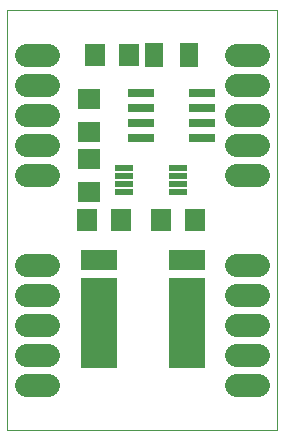
<source format=gts>
G75*
%MOIN*%
%OFA0B0*%
%FSLAX24Y24*%
%IPPOS*%
%LPD*%
%AMOC8*
5,1,8,0,0,1.08239X$1,22.5*
%
%ADD10C,0.0000*%
%ADD11R,0.0906X0.0276*%
%ADD12R,0.1201X0.0701*%
%ADD13R,0.1201X0.3040*%
%ADD14R,0.0670X0.0750*%
%ADD15R,0.0750X0.0670*%
%ADD16R,0.0631X0.0827*%
%ADD17C,0.0780*%
%ADD18R,0.0631X0.0217*%
D10*
X000180Y000317D02*
X000180Y014317D01*
X009180Y014317D01*
X009180Y000317D01*
X000180Y000317D01*
D11*
X004656Y010067D03*
X004656Y010567D03*
X004656Y011067D03*
X004656Y011567D03*
X006704Y011567D03*
X006704Y011067D03*
X006704Y010567D03*
X006704Y010067D03*
D12*
X006202Y005986D03*
X003261Y005986D03*
D13*
X003261Y003915D03*
X006202Y003915D03*
D14*
X006440Y007317D03*
X005320Y007317D03*
X003990Y007317D03*
X002870Y007317D03*
X003120Y012817D03*
X004240Y012817D03*
D15*
X002930Y011377D03*
X002930Y010257D03*
X002930Y009377D03*
X002930Y008257D03*
D16*
X005089Y012817D03*
X006271Y012817D03*
D17*
X007810Y012817D02*
X008550Y012817D01*
X008550Y011817D02*
X007810Y011817D01*
X007810Y010817D02*
X008550Y010817D01*
X008550Y009817D02*
X007810Y009817D01*
X007810Y008817D02*
X008550Y008817D01*
X008550Y005817D02*
X007810Y005817D01*
X007810Y004817D02*
X008550Y004817D01*
X008550Y003817D02*
X007810Y003817D01*
X007810Y002817D02*
X008550Y002817D01*
X008550Y001817D02*
X007810Y001817D01*
X001550Y001817D02*
X000810Y001817D01*
X000810Y002817D02*
X001550Y002817D01*
X001550Y003817D02*
X000810Y003817D01*
X000810Y004817D02*
X001550Y004817D01*
X001550Y005817D02*
X000810Y005817D01*
X000810Y008817D02*
X001550Y008817D01*
X001550Y009817D02*
X000810Y009817D01*
X000810Y010817D02*
X001550Y010817D01*
X001550Y011817D02*
X000810Y011817D01*
X000810Y012817D02*
X001550Y012817D01*
D18*
X004074Y009051D03*
X004074Y008795D03*
X004074Y008539D03*
X004074Y008283D03*
X005886Y008283D03*
X005886Y008539D03*
X005886Y008795D03*
X005886Y009051D03*
M02*

</source>
